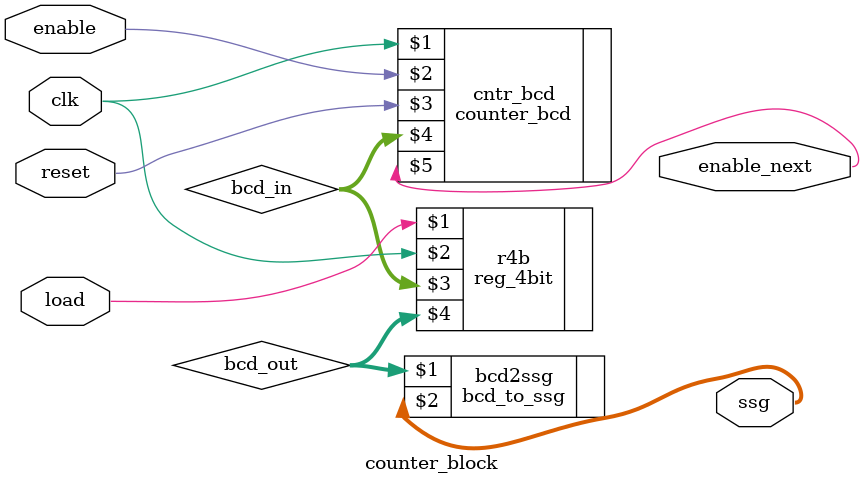
<source format=v>
`timescale 1 ns/100 ps
`include "bcd_to_ssg.v"
`include "reg_4bit.v"
`include "counter_bcd.v"

module counter_block( input enable,
                      input reset,
                      input clk,
                      input load,
                      output [6:0] ssg,
                      output enable_next);
  wire [3:0] bcd_in;
  wire [3:0] bcd_out;
  counter_bcd cntr_bcd(clk, enable, reset, bcd_in, enable_next);
  reg_4bit r4b(load, clk, bcd_in, bcd_out);
  bcd_to_ssg bcd2ssg(bcd_out, ssg);  
endmodule

</source>
